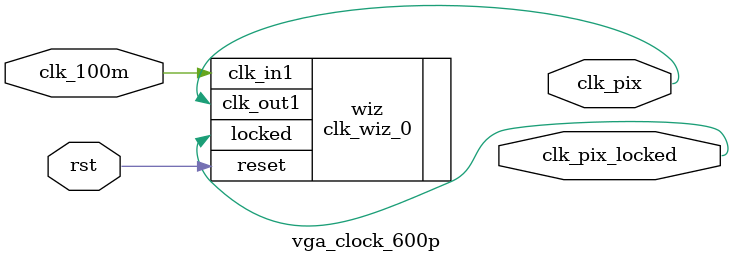
<source format=sv>
`resetall
`timescale 1ns / 1ps
`default_nettype none

module vga_clock_600p (
    input  wire logic clk_100m,  // 100 MHz clock
    input  wire logic rst,
    output      logic clk_pix,
    output      logic clk_pix_locked
);

    // Vivado IP: Clocking Wizard
    clk_wiz_0 wiz(
        .reset(rst),
        .clk_in1(clk_100m),
        .clk_out1(clk_pix),
        .locked(clk_pix_locked)
    );

endmodule

`resetall

</source>
